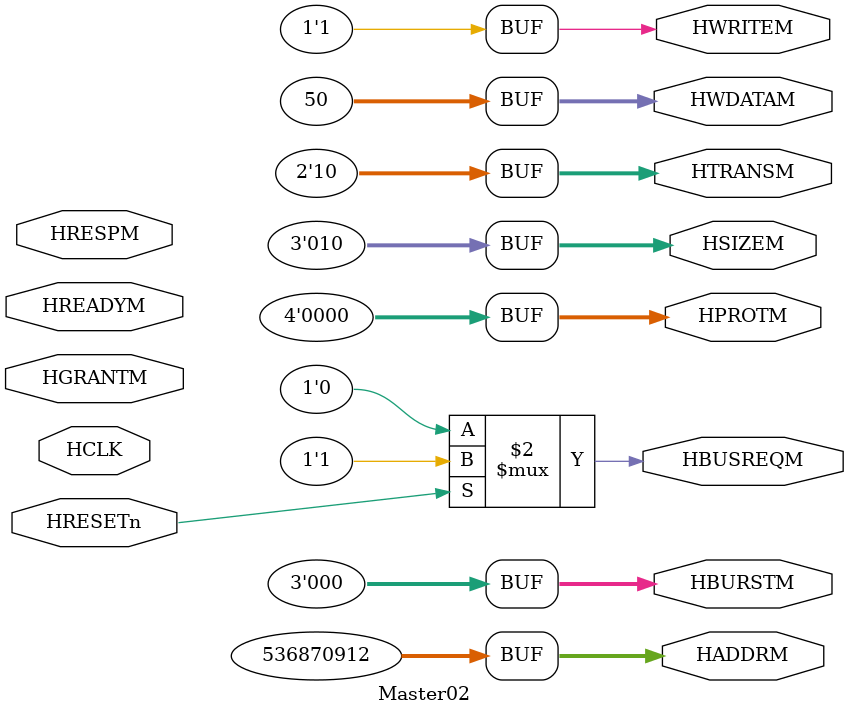
<source format=v>

module Master02  (HCLK, HRESETn,HREADYM,HRESPM,HGRANTM, HADDRM, HTRANSM, HWRITEM, HSIZEM, HBURSTM, HPROTM,
          HWDATAM, HBUSREQM
          );

  // Signals used during normal operation 
  input     HCLK;
  input     HRESETn;

  // Signals from AMBA bus used during normal operation
  input         HREADYM;
  input  [1:0]  HRESPM;    //dont care
  input         HGRANTM;

  // Signals to AMBA bus used during normal operation
  output[31:0] HADDRM;
  output [1:0] HTRANSM;
  output       HWRITEM;
  output [2:0] HSIZEM;
  output [2:0] HBURSTM;
  output [3:0] HPROTM;
  output[31:0] HWDATAM;
  output       HBUSREQM;



  //---------------------------------------------------------------------- 
  // Signal declarations
  //----------------------------------------------------------------------

  
  assign HBURSTM = 3'b000;  //SINGLE
  assign HSIZEM = 3'b010;  //WORD 
  assign HWRITEM = 1'b1 ;   
  assign HADDRM = 32'h2000_0000; //Tube
  assign HTRANSM = 2'b10;  // NONSEQ
  assign HBUSREQM = (~HRESETn)?1'b0:1'b1;     
  assign HWDATAM = 32'h0000_0032;
  assign HPROTM = 4'b0000;

  
endmodule


</source>
